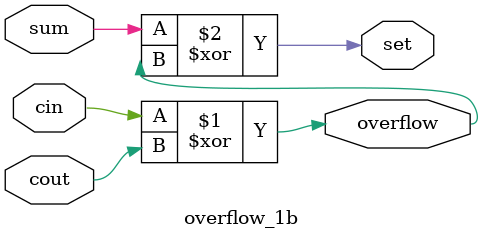
<source format=v>
module overflow_1b(cin, cout, sum, set, overflow);
	input cin, cout, sum;
	output set, overflow;

	xor xo1 (overflow, cin, cout);
	xor xo2 (set, sum, overflow);
endmodule
</source>
